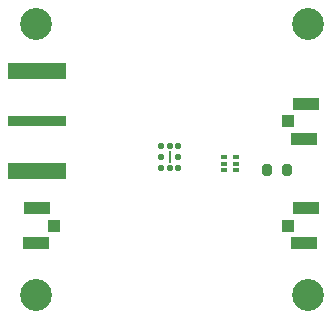
<source format=gbr>
%TF.GenerationSoftware,KiCad,Pcbnew,(7.0.0)*%
%TF.CreationDate,2023-03-22T16:08:00+00:00*%
%TF.ProjectId,B3LPD,42334c50-442e-46b6-9963-61645f706362,rev?*%
%TF.SameCoordinates,Original*%
%TF.FileFunction,Soldermask,Top*%
%TF.FilePolarity,Negative*%
%FSLAX46Y46*%
G04 Gerber Fmt 4.6, Leading zero omitted, Abs format (unit mm)*
G04 Created by KiCad (PCBNEW (7.0.0)) date 2023-03-22 16:08:00*
%MOMM*%
%LPD*%
G01*
G04 APERTURE LIST*
G04 Aperture macros list*
%AMRoundRect*
0 Rectangle with rounded corners*
0 $1 Rounding radius*
0 $2 $3 $4 $5 $6 $7 $8 $9 X,Y pos of 4 corners*
0 Add a 4 corners polygon primitive as box body*
4,1,4,$2,$3,$4,$5,$6,$7,$8,$9,$2,$3,0*
0 Add four circle primitives for the rounded corners*
1,1,$1+$1,$2,$3*
1,1,$1+$1,$4,$5*
1,1,$1+$1,$6,$7*
1,1,$1+$1,$8,$9*
0 Add four rect primitives between the rounded corners*
20,1,$1+$1,$2,$3,$4,$5,0*
20,1,$1+$1,$4,$5,$6,$7,0*
20,1,$1+$1,$6,$7,$8,$9,0*
20,1,$1+$1,$8,$9,$2,$3,0*%
%AMFreePoly0*
4,1,14,0.088855,0.485355,0.103500,0.450000,0.103500,-0.450000,0.088855,-0.485355,0.053500,-0.500000,-0.053500,-0.500000,-0.088855,-0.485355,-0.103500,-0.450000,-0.103500,0.428600,-0.088855,0.463955,-0.067455,0.485355,-0.032100,0.500000,0.053500,0.500000,0.088855,0.485355,0.088855,0.485355,$1*%
G04 Aperture macros list end*
%ADD10R,1.000000X1.000000*%
%ADD11R,2.200000X1.050000*%
%ADD12C,2.700000*%
%ADD13RoundRect,0.200000X-0.200000X-0.275000X0.200000X-0.275000X0.200000X0.275000X-0.200000X0.275000X0*%
%ADD14R,5.000000X0.900000*%
%ADD15R,5.000000X1.400000*%
%ADD16RoundRect,0.050000X-0.200000X-0.200000X0.200000X-0.200000X0.200000X0.200000X-0.200000X0.200000X0*%
%ADD17FreePoly0,0.000000*%
%ADD18R,0.500000X0.300000*%
G04 APERTURE END LIST*
D10*
%TO.C,J4*%
X117499999Y-86549999D03*
D11*
X118899999Y-88024999D03*
X118999999Y-85074999D03*
%TD*%
D12*
%TO.C,H1*%
X96200000Y-78300000D03*
%TD*%
%TO.C,H3*%
X96200000Y-101300000D03*
%TD*%
D10*
%TO.C,J3*%
X117499999Y-95399999D03*
D11*
X118899999Y-96874999D03*
X118999999Y-93924999D03*
%TD*%
D13*
%TO.C,R1*%
X115775000Y-90700000D03*
X117425000Y-90700000D03*
%TD*%
D12*
%TO.C,H2*%
X119200000Y-78300000D03*
%TD*%
D14*
%TO.C,J1*%
X96299999Y-86549999D03*
D15*
X96299999Y-82299999D03*
X96299999Y-82299999D03*
X96299999Y-90799999D03*
X96299999Y-90799999D03*
%TD*%
D12*
%TO.C,H4*%
X119200000Y-101300000D03*
%TD*%
D10*
%TO.C,J2*%
X97699999Y-95399999D03*
D11*
X96299999Y-93924999D03*
X96199999Y-96874999D03*
%TD*%
D16*
%TO.C,U1*%
X106800000Y-88650000D03*
X106800000Y-89600000D03*
X106800000Y-90550000D03*
X107500000Y-90550000D03*
X108200000Y-90550000D03*
X108200000Y-89600000D03*
X108200000Y-88650000D03*
X107500000Y-88650000D03*
D17*
X107500000Y-89600000D03*
%TD*%
D18*
%TO.C,U2*%
X112099999Y-89599999D03*
X112099999Y-90149999D03*
X112099999Y-90699999D03*
X113099999Y-90699999D03*
X113099999Y-90149999D03*
X113099999Y-89599999D03*
%TD*%
M02*

</source>
